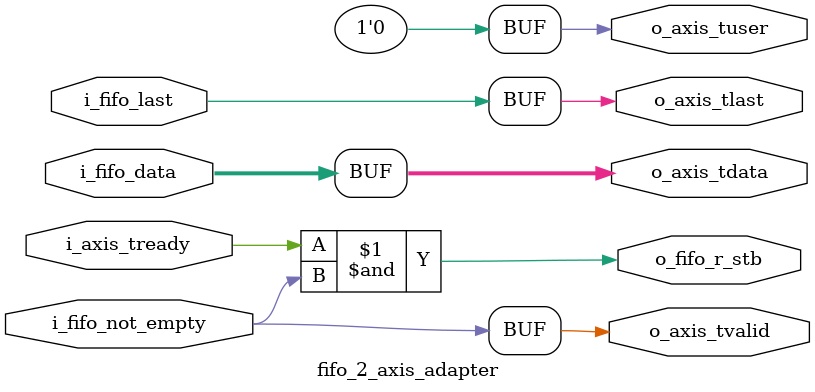
<source format=v>
/*
Distributed under the MIT license.
Copyright (c) 2021 Dave McCoy (dave.mccoy@cospandesign.com)

Permission is hereby granted, free of charge, to any person obtaining a copy of
this software and associated documentation files (the "Software"), to deal in
the Software without restriction, including without limitation the rights to
use, copy, modify, merge, publish, distribute, sublicense, and/or sell copies
of the Software, and to permit persons to whom the Software is furnished to do
so, subject to the following conditions:

The above copyright notice and this permission notice shall be included in all
copies or substantial portions of the Software.

THE SOFTWARE IS PROVIDED "AS IS", WITHOUT WARRANTY OF ANY KIND, EXPRESS OR
IMPLIED, INCLUDING BUT NOT LIMITED TO THE WARRANTIES OF MERCHANTABILITY,
FITNESS FOR A PARTICULAR PURPOSE AND NONINFRINGEMENT. IN NO EVENT SHALL THE
AUTHORS OR COPYRIGHT HOLDERS BE LIABLE FOR ANY CLAIM, DAMAGES OR OTHER
LIABILITY, WHETHER IN AN ACTION OF CONTRACT, TORT OR OTHERWISE, ARISING FROM,
OUT OF OR IN CONNECTION WITH THE SOFTWARE OR THE USE OR OTHER DEALINGS IN THE
SOFTWARE.
*/

/*
 * Author: David McCoy (dave.mccoy@cospandesign.com)
 *         Po Jui Shih  (beebdev@gmail.com)
 * Description: Simple adapter to connect AXI stream slave interface to FIFO
 *
 * Changes:     Author         Description
 *  03/24/2017  David McCoy    Initial Commit
 *  03/31/2022  Po Jui Shih     Removed unused extra padding for tuser and tlast.
 *                             Also removed the redundant i_fifo_not_empty anding
 *                             for o_fifo_r_stb. Style changes for consistency.
 */

`timescale 1ps / 1ps

module fifo_2_axis_adapter #(
    parameter AXIS_DATA_WIDTH   = 32,
    parameter FIFO_DATA_WIDTH   = AXIS_DATA_WIDTH
)(
    input  wire [FIFO_DATA_WIDTH - 1: 0]    i_fifo_data,
    output wire                             o_fifo_r_stb,
    input  wire                             i_fifo_not_empty,
    input  wire                             i_fifo_last,

    output wire                             o_axis_tuser,
    output wire [AXIS_DATA_WIDTH - 1: 0]    o_axis_tdata,
    output wire                             o_axis_tvalid,
    input  wire                             i_axis_tready,
    output wire                             o_axis_tlast
);

/* ===============================
 * asynchronous logic
 * =============================== */
assign o_axis_tuser     = 0;
assign o_axis_tlast     = i_fifo_last;
assign o_axis_tdata     = i_fifo_data;
assign o_axis_tvalid    = i_fifo_not_empty;
assign o_fifo_r_stb     = i_axis_tready & o_axis_tvalid;

endmodule

</source>
